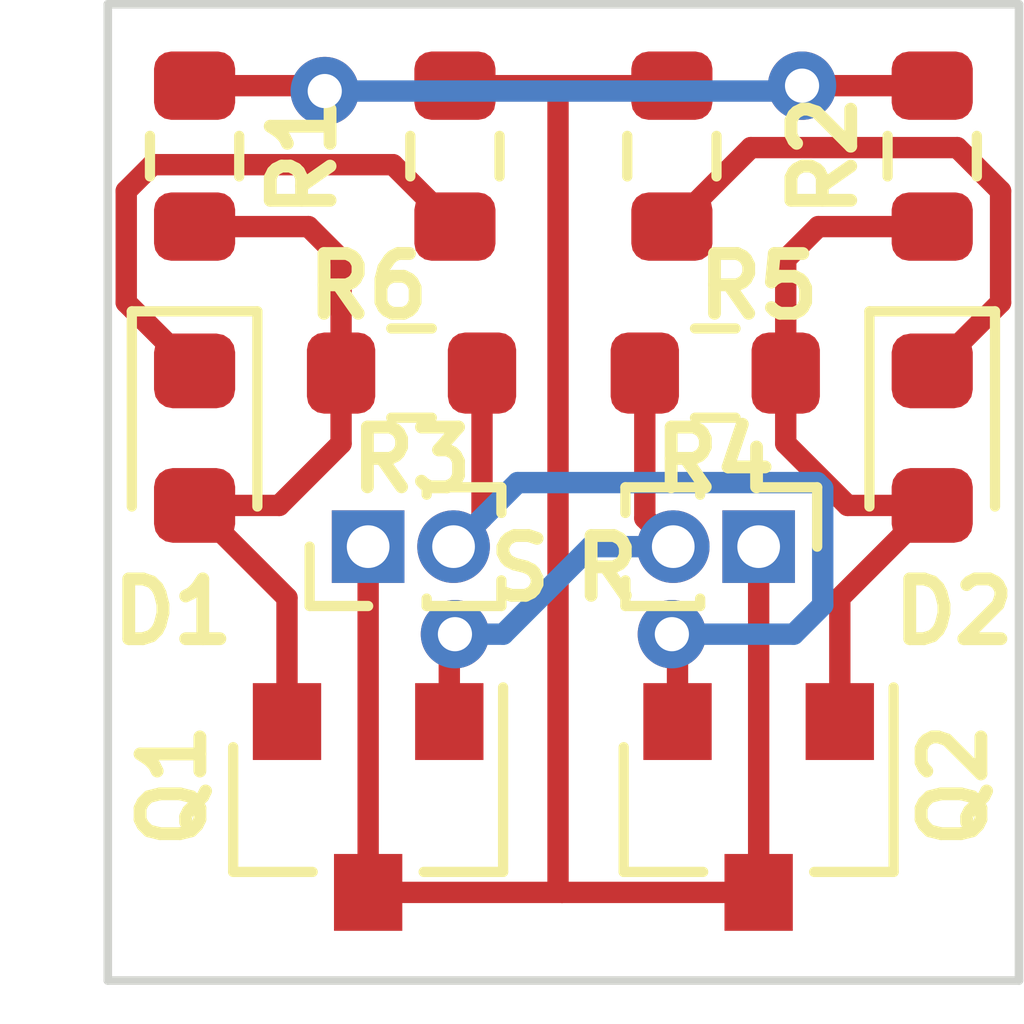
<source format=kicad_pcb>
(kicad_pcb (version 20171130) (host pcbnew 5.1.10)

  (general
    (thickness 1.6)
    (drawings 4)
    (tracks 61)
    (zones 0)
    (modules 12)
    (nets 9)
  )

  (page A4)
  (layers
    (0 F.Cu signal)
    (31 B.Cu signal)
    (32 B.Adhes user)
    (33 F.Adhes user)
    (34 B.Paste user)
    (35 F.Paste user)
    (36 B.SilkS user)
    (37 F.SilkS user)
    (38 B.Mask user)
    (39 F.Mask user)
    (40 Dwgs.User user)
    (41 Cmts.User user)
    (42 Eco1.User user)
    (43 Eco2.User user)
    (44 Edge.Cuts user)
    (45 Margin user)
    (46 B.CrtYd user)
    (47 F.CrtYd user)
    (48 B.Fab user)
    (49 F.Fab user)
  )

  (setup
    (last_trace_width 0.25)
    (trace_clearance 0.2)
    (zone_clearance 0.508)
    (zone_45_only no)
    (trace_min 0.2)
    (via_size 0.8)
    (via_drill 0.4)
    (via_min_size 0.4)
    (via_min_drill 0.3)
    (uvia_size 0.3)
    (uvia_drill 0.1)
    (uvias_allowed no)
    (uvia_min_size 0.2)
    (uvia_min_drill 0.1)
    (edge_width 0.05)
    (segment_width 0.2)
    (pcb_text_width 0.3)
    (pcb_text_size 1.5 1.5)
    (mod_edge_width 0.12)
    (mod_text_size 1 1)
    (mod_text_width 0.15)
    (pad_size 1.524 1.524)
    (pad_drill 0.762)
    (pad_to_mask_clearance 0)
    (aux_axis_origin 0 0)
    (visible_elements FFFDFF7F)
    (pcbplotparams
      (layerselection 0x010fc_ffffffff)
      (usegerberextensions false)
      (usegerberattributes true)
      (usegerberadvancedattributes true)
      (creategerberjobfile true)
      (excludeedgelayer true)
      (linewidth 0.100000)
      (plotframeref false)
      (viasonmask false)
      (mode 1)
      (useauxorigin false)
      (hpglpennumber 1)
      (hpglpenspeed 20)
      (hpglpendiameter 15.000000)
      (psnegative false)
      (psa4output false)
      (plotreference true)
      (plotvalue true)
      (plotinvisibletext false)
      (padsonsilk false)
      (subtractmaskfromsilk false)
      (outputformat 1)
      (mirror false)
      (drillshape 1)
      (scaleselection 1)
      (outputdirectory ""))
  )

  (net 0 "")
  (net 1 "Net-(D1-Pad2)")
  (net 2 "Net-(D2-Pad2)")
  (net 3 "Net-(Q1-Pad3)")
  (net 4 "Net-(D1-Pad1)")
  (net 5 "Net-(Q2-Pad2)")
  (net 6 "Net-(Q1-Pad1)")
  (net 7 +5V)
  (net 8 -5V)

  (net_class Default "This is the default net class."
    (clearance 0.2)
    (trace_width 0.25)
    (via_dia 0.8)
    (via_drill 0.4)
    (uvia_dia 0.3)
    (uvia_drill 0.1)
    (add_net +5V)
    (add_net -5V)
    (add_net "Net-(D1-Pad1)")
    (add_net "Net-(D1-Pad2)")
    (add_net "Net-(D2-Pad2)")
    (add_net "Net-(Q1-Pad1)")
    (add_net "Net-(Q1-Pad3)")
    (add_net "Net-(Q2-Pad2)")
  )

  (module Package_TO_SOT_SMD:SOT-23 (layer F.Cu) (tedit 5A02FF57) (tstamp 6134D198)
    (at 113.284 77.47 270)
    (descr "SOT-23, Standard")
    (tags SOT-23)
    (path /6132F590)
    (attr smd)
    (fp_text reference Q1 (at -0.254 2.286 90) (layer F.SilkS)
      (effects (font (size 0.7 0.7) (thickness 0.15)))
    )
    (fp_text value BCX56 (at 0 2.5 90) (layer F.Fab)
      (effects (font (size 1 1) (thickness 0.15)))
    )
    (fp_text user %R (at 0 0) (layer F.Fab)
      (effects (font (size 0.5 0.5) (thickness 0.075)))
    )
    (fp_line (start -0.7 -0.95) (end -0.7 1.5) (layer F.Fab) (width 0.1))
    (fp_line (start -0.15 -1.52) (end 0.7 -1.52) (layer F.Fab) (width 0.1))
    (fp_line (start -0.7 -0.95) (end -0.15 -1.52) (layer F.Fab) (width 0.1))
    (fp_line (start 0.7 -1.52) (end 0.7 1.52) (layer F.Fab) (width 0.1))
    (fp_line (start -0.7 1.52) (end 0.7 1.52) (layer F.Fab) (width 0.1))
    (fp_line (start 0.76 1.58) (end 0.76 0.65) (layer F.SilkS) (width 0.12))
    (fp_line (start 0.76 -1.58) (end 0.76 -0.65) (layer F.SilkS) (width 0.12))
    (fp_line (start -1.7 -1.75) (end 1.7 -1.75) (layer F.CrtYd) (width 0.05))
    (fp_line (start 1.7 -1.75) (end 1.7 1.75) (layer F.CrtYd) (width 0.05))
    (fp_line (start 1.7 1.75) (end -1.7 1.75) (layer F.CrtYd) (width 0.05))
    (fp_line (start -1.7 1.75) (end -1.7 -1.75) (layer F.CrtYd) (width 0.05))
    (fp_line (start 0.76 -1.58) (end -1.4 -1.58) (layer F.SilkS) (width 0.12))
    (fp_line (start 0.76 1.58) (end -0.7 1.58) (layer F.SilkS) (width 0.12))
    (pad 3 smd rect (at 1 0 270) (size 0.9 0.8) (layers F.Cu F.Paste F.Mask)
      (net 3 "Net-(Q1-Pad3)"))
    (pad 2 smd rect (at -1 0.95 270) (size 0.9 0.8) (layers F.Cu F.Paste F.Mask)
      (net 1 "Net-(D1-Pad2)"))
    (pad 1 smd rect (at -1 -0.95 270) (size 0.9 0.8) (layers F.Cu F.Paste F.Mask)
      (net 6 "Net-(Q1-Pad1)"))
    (model ${KISYS3DMOD}/Package_TO_SOT_SMD.3dshapes/SOT-23.wrl
      (at (xyz 0 0 0))
      (scale (xyz 1 1 1))
      (rotate (xyz 0 0 0))
    )
  )

  (module Connector_PinHeader_1.00mm:PinHeader_1x02_P1.00mm_Vertical (layer F.Cu) (tedit 59FED738) (tstamp 6134D243)
    (at 113.284 74.422 90)
    (descr "Through hole straight pin header, 1x02, 1.00mm pitch, single row")
    (tags "Through hole pin header THT 1x02 1.00mm single row")
    (path /613642FD)
    (fp_text reference S (at -0.254 1.778 180) (layer F.SilkS)
      (effects (font (size 0.7 0.7) (thickness 0.15)))
    )
    (fp_text value R (at 0 2.56 90) (layer F.Fab)
      (effects (font (size 1 1) (thickness 0.15)))
    )
    (fp_text user %R (at 0 0.5) (layer F.Fab)
      (effects (font (size 0.76 0.76) (thickness 0.114)))
    )
    (fp_line (start -0.3175 -0.5) (end 0.635 -0.5) (layer F.Fab) (width 0.1))
    (fp_line (start 0.635 -0.5) (end 0.635 1.5) (layer F.Fab) (width 0.1))
    (fp_line (start 0.635 1.5) (end -0.635 1.5) (layer F.Fab) (width 0.1))
    (fp_line (start -0.635 1.5) (end -0.635 -0.1825) (layer F.Fab) (width 0.1))
    (fp_line (start -0.635 -0.1825) (end -0.3175 -0.5) (layer F.Fab) (width 0.1))
    (fp_line (start -0.695 1.56) (end -0.394493 1.56) (layer F.SilkS) (width 0.12))
    (fp_line (start 0.394493 1.56) (end 0.695 1.56) (layer F.SilkS) (width 0.12))
    (fp_line (start -0.695 0.685) (end -0.695 1.56) (layer F.SilkS) (width 0.12))
    (fp_line (start 0.695 0.685) (end 0.695 1.56) (layer F.SilkS) (width 0.12))
    (fp_line (start -0.695 0.685) (end -0.608276 0.685) (layer F.SilkS) (width 0.12))
    (fp_line (start 0.608276 0.685) (end 0.695 0.685) (layer F.SilkS) (width 0.12))
    (fp_line (start -0.695 0) (end -0.695 -0.685) (layer F.SilkS) (width 0.12))
    (fp_line (start -0.695 -0.685) (end 0 -0.685) (layer F.SilkS) (width 0.12))
    (fp_line (start -1.15 -1) (end -1.15 2) (layer F.CrtYd) (width 0.05))
    (fp_line (start -1.15 2) (end 1.15 2) (layer F.CrtYd) (width 0.05))
    (fp_line (start 1.15 2) (end 1.15 -1) (layer F.CrtYd) (width 0.05))
    (fp_line (start 1.15 -1) (end -1.15 -1) (layer F.CrtYd) (width 0.05))
    (pad 2 thru_hole oval (at 0 1 90) (size 0.85 0.85) (drill 0.5) (layers *.Cu *.Mask)
      (net 5 "Net-(Q2-Pad2)"))
    (pad 1 thru_hole rect (at 0 0 90) (size 0.85 0.85) (drill 0.5) (layers *.Cu *.Mask)
      (net 3 "Net-(Q1-Pad3)"))
    (model ${KISYS3DMOD}/Connector_PinHeader_1.00mm.3dshapes/PinHeader_1x02_P1.00mm_Vertical.wrl
      (at (xyz 0 0 0))
      (scale (xyz 1 1 1))
      (rotate (xyz 0 0 0))
    )
  )

  (module Connector_PinHeader_1.00mm:PinHeader_1x02_P1.00mm_Vertical (layer F.Cu) (tedit 59FED738) (tstamp 6134D22B)
    (at 117.856 74.422 270)
    (descr "Through hole straight pin header, 1x02, 1.00mm pitch, single row")
    (tags "Through hole pin header THT 1x02 1.00mm single row")
    (path /61358BF4)
    (fp_text reference R (at 0.254 1.778 180) (layer F.SilkS)
      (effects (font (size 0.7 0.7) (thickness 0.15)))
    )
    (fp_text value S (at 0 2.56 90) (layer F.Fab)
      (effects (font (size 1 1) (thickness 0.15)))
    )
    (fp_text user %R (at 0 0.5) (layer F.Fab)
      (effects (font (size 0.76 0.76) (thickness 0.114)))
    )
    (fp_line (start -0.3175 -0.5) (end 0.635 -0.5) (layer F.Fab) (width 0.1))
    (fp_line (start 0.635 -0.5) (end 0.635 1.5) (layer F.Fab) (width 0.1))
    (fp_line (start 0.635 1.5) (end -0.635 1.5) (layer F.Fab) (width 0.1))
    (fp_line (start -0.635 1.5) (end -0.635 -0.1825) (layer F.Fab) (width 0.1))
    (fp_line (start -0.635 -0.1825) (end -0.3175 -0.5) (layer F.Fab) (width 0.1))
    (fp_line (start -0.695 1.56) (end -0.394493 1.56) (layer F.SilkS) (width 0.12))
    (fp_line (start 0.394493 1.56) (end 0.695 1.56) (layer F.SilkS) (width 0.12))
    (fp_line (start -0.695 0.685) (end -0.695 1.56) (layer F.SilkS) (width 0.12))
    (fp_line (start 0.695 0.685) (end 0.695 1.56) (layer F.SilkS) (width 0.12))
    (fp_line (start -0.695 0.685) (end -0.608276 0.685) (layer F.SilkS) (width 0.12))
    (fp_line (start 0.608276 0.685) (end 0.695 0.685) (layer F.SilkS) (width 0.12))
    (fp_line (start -0.695 0) (end -0.695 -0.685) (layer F.SilkS) (width 0.12))
    (fp_line (start -0.695 -0.685) (end 0 -0.685) (layer F.SilkS) (width 0.12))
    (fp_line (start -1.15 -1) (end -1.15 2) (layer F.CrtYd) (width 0.05))
    (fp_line (start -1.15 2) (end 1.15 2) (layer F.CrtYd) (width 0.05))
    (fp_line (start 1.15 2) (end 1.15 -1) (layer F.CrtYd) (width 0.05))
    (fp_line (start 1.15 -1) (end -1.15 -1) (layer F.CrtYd) (width 0.05))
    (pad 2 thru_hole oval (at 0 1 270) (size 0.85 0.85) (drill 0.5) (layers *.Cu *.Mask)
      (net 6 "Net-(Q1-Pad1)"))
    (pad 1 thru_hole rect (at 0 0 270) (size 0.85 0.85) (drill 0.5) (layers *.Cu *.Mask)
      (net 3 "Net-(Q1-Pad3)"))
    (model ${KISYS3DMOD}/Connector_PinHeader_1.00mm.3dshapes/PinHeader_1x02_P1.00mm_Vertical.wrl
      (at (xyz 0 0 0))
      (scale (xyz 1 1 1))
      (rotate (xyz 0 0 0))
    )
  )

  (module Resistor_SMD:R_0603_1608Metric (layer F.Cu) (tedit 5F68FEEE) (tstamp 6134D213)
    (at 116.84 69.85 90)
    (descr "Resistor SMD 0603 (1608 Metric), square (rectangular) end terminal, IPC_7351 nominal, (Body size source: IPC-SM-782 page 72, https://www.pcb-3d.com/wordpress/wp-content/uploads/ipc-sm-782a_amendment_1_and_2.pdf), generated with kicad-footprint-generator")
    (tags resistor)
    (path /6137892F)
    (attr smd)
    (fp_text reference R6 (at -1.524 -3.556 180) (layer F.SilkS)
      (effects (font (size 0.7 0.7) (thickness 0.15)))
    )
    (fp_text value 10k (at 0 1.43 90) (layer F.Fab)
      (effects (font (size 1 1) (thickness 0.15)))
    )
    (fp_text user %R (at 0 0 90) (layer F.Fab)
      (effects (font (size 0.4 0.4) (thickness 0.06)))
    )
    (fp_line (start -0.8 0.4125) (end -0.8 -0.4125) (layer F.Fab) (width 0.1))
    (fp_line (start -0.8 -0.4125) (end 0.8 -0.4125) (layer F.Fab) (width 0.1))
    (fp_line (start 0.8 -0.4125) (end 0.8 0.4125) (layer F.Fab) (width 0.1))
    (fp_line (start 0.8 0.4125) (end -0.8 0.4125) (layer F.Fab) (width 0.1))
    (fp_line (start -0.237258 -0.5225) (end 0.237258 -0.5225) (layer F.SilkS) (width 0.12))
    (fp_line (start -0.237258 0.5225) (end 0.237258 0.5225) (layer F.SilkS) (width 0.12))
    (fp_line (start -1.48 0.73) (end -1.48 -0.73) (layer F.CrtYd) (width 0.05))
    (fp_line (start -1.48 -0.73) (end 1.48 -0.73) (layer F.CrtYd) (width 0.05))
    (fp_line (start 1.48 -0.73) (end 1.48 0.73) (layer F.CrtYd) (width 0.05))
    (fp_line (start 1.48 0.73) (end -1.48 0.73) (layer F.CrtYd) (width 0.05))
    (pad 2 smd roundrect (at 0.825 0 90) (size 0.8 0.95) (layers F.Cu F.Paste F.Mask) (roundrect_rratio 0.25)
      (net 3 "Net-(Q1-Pad3)"))
    (pad 1 smd roundrect (at -0.825 0 90) (size 0.8 0.95) (layers F.Cu F.Paste F.Mask) (roundrect_rratio 0.25)
      (net 8 -5V))
    (model ${KISYS3DMOD}/Resistor_SMD.3dshapes/R_0603_1608Metric.wrl
      (at (xyz 0 0 0))
      (scale (xyz 1 1 1))
      (rotate (xyz 0 0 0))
    )
  )

  (module Resistor_SMD:R_0603_1608Metric (layer F.Cu) (tedit 5F68FEEE) (tstamp 6134D202)
    (at 114.3 69.85 270)
    (descr "Resistor SMD 0603 (1608 Metric), square (rectangular) end terminal, IPC_7351 nominal, (Body size source: IPC-SM-782 page 72, https://www.pcb-3d.com/wordpress/wp-content/uploads/ipc-sm-782a_amendment_1_and_2.pdf), generated with kicad-footprint-generator")
    (tags resistor)
    (path /61378FD4)
    (attr smd)
    (fp_text reference R5 (at 1.524 -3.556 180) (layer F.SilkS)
      (effects (font (size 0.7 0.7) (thickness 0.15)))
    )
    (fp_text value 10k (at 0 1.43 90) (layer F.Fab)
      (effects (font (size 1 1) (thickness 0.15)))
    )
    (fp_text user %R (at 0 0 90) (layer F.Fab)
      (effects (font (size 0.4 0.4) (thickness 0.06)))
    )
    (fp_line (start -0.8 0.4125) (end -0.8 -0.4125) (layer F.Fab) (width 0.1))
    (fp_line (start -0.8 -0.4125) (end 0.8 -0.4125) (layer F.Fab) (width 0.1))
    (fp_line (start 0.8 -0.4125) (end 0.8 0.4125) (layer F.Fab) (width 0.1))
    (fp_line (start 0.8 0.4125) (end -0.8 0.4125) (layer F.Fab) (width 0.1))
    (fp_line (start -0.237258 -0.5225) (end 0.237258 -0.5225) (layer F.SilkS) (width 0.12))
    (fp_line (start -0.237258 0.5225) (end 0.237258 0.5225) (layer F.SilkS) (width 0.12))
    (fp_line (start -1.48 0.73) (end -1.48 -0.73) (layer F.CrtYd) (width 0.05))
    (fp_line (start -1.48 -0.73) (end 1.48 -0.73) (layer F.CrtYd) (width 0.05))
    (fp_line (start 1.48 -0.73) (end 1.48 0.73) (layer F.CrtYd) (width 0.05))
    (fp_line (start 1.48 0.73) (end -1.48 0.73) (layer F.CrtYd) (width 0.05))
    (pad 2 smd roundrect (at 0.825 0 270) (size 0.8 0.95) (layers F.Cu F.Paste F.Mask) (roundrect_rratio 0.25)
      (net 4 "Net-(D1-Pad1)"))
    (pad 1 smd roundrect (at -0.825 0 270) (size 0.8 0.95) (layers F.Cu F.Paste F.Mask) (roundrect_rratio 0.25)
      (net 3 "Net-(Q1-Pad3)"))
    (model ${KISYS3DMOD}/Resistor_SMD.3dshapes/R_0603_1608Metric.wrl
      (at (xyz 0 0 0))
      (scale (xyz 1 1 1))
      (rotate (xyz 0 0 0))
    )
  )

  (module Resistor_SMD:R_0603_1608Metric (layer F.Cu) (tedit 5F68FEEE) (tstamp 6134D1F1)
    (at 117.348 72.39 180)
    (descr "Resistor SMD 0603 (1608 Metric), square (rectangular) end terminal, IPC_7351 nominal, (Body size source: IPC-SM-782 page 72, https://www.pcb-3d.com/wordpress/wp-content/uploads/ipc-sm-782a_amendment_1_and_2.pdf), generated with kicad-footprint-generator")
    (tags resistor)
    (path /613562C9)
    (attr smd)
    (fp_text reference R4 (at 0 -1.016) (layer F.SilkS)
      (effects (font (size 0.7 0.7) (thickness 0.15)))
    )
    (fp_text value 10k (at 0 1.43) (layer F.Fab)
      (effects (font (size 1 1) (thickness 0.15)))
    )
    (fp_text user %R (at 0 0) (layer F.Fab)
      (effects (font (size 0.4 0.4) (thickness 0.06)))
    )
    (fp_line (start -0.8 0.4125) (end -0.8 -0.4125) (layer F.Fab) (width 0.1))
    (fp_line (start -0.8 -0.4125) (end 0.8 -0.4125) (layer F.Fab) (width 0.1))
    (fp_line (start 0.8 -0.4125) (end 0.8 0.4125) (layer F.Fab) (width 0.1))
    (fp_line (start 0.8 0.4125) (end -0.8 0.4125) (layer F.Fab) (width 0.1))
    (fp_line (start -0.237258 -0.5225) (end 0.237258 -0.5225) (layer F.SilkS) (width 0.12))
    (fp_line (start -0.237258 0.5225) (end 0.237258 0.5225) (layer F.SilkS) (width 0.12))
    (fp_line (start -1.48 0.73) (end -1.48 -0.73) (layer F.CrtYd) (width 0.05))
    (fp_line (start -1.48 -0.73) (end 1.48 -0.73) (layer F.CrtYd) (width 0.05))
    (fp_line (start 1.48 -0.73) (end 1.48 0.73) (layer F.CrtYd) (width 0.05))
    (fp_line (start 1.48 0.73) (end -1.48 0.73) (layer F.CrtYd) (width 0.05))
    (pad 2 smd roundrect (at 0.825 0 180) (size 0.8 0.95) (layers F.Cu F.Paste F.Mask) (roundrect_rratio 0.25)
      (net 6 "Net-(Q1-Pad1)"))
    (pad 1 smd roundrect (at -0.825 0 180) (size 0.8 0.95) (layers F.Cu F.Paste F.Mask) (roundrect_rratio 0.25)
      (net 2 "Net-(D2-Pad2)"))
    (model ${KISYS3DMOD}/Resistor_SMD.3dshapes/R_0603_1608Metric.wrl
      (at (xyz 0 0 0))
      (scale (xyz 1 1 1))
      (rotate (xyz 0 0 0))
    )
  )

  (module Resistor_SMD:R_0603_1608Metric (layer F.Cu) (tedit 5F68FEEE) (tstamp 6134D1E0)
    (at 113.792 72.39 180)
    (descr "Resistor SMD 0603 (1608 Metric), square (rectangular) end terminal, IPC_7351 nominal, (Body size source: IPC-SM-782 page 72, https://www.pcb-3d.com/wordpress/wp-content/uploads/ipc-sm-782a_amendment_1_and_2.pdf), generated with kicad-footprint-generator")
    (tags resistor)
    (path /61354E2A)
    (attr smd)
    (fp_text reference R3 (at 0 -1.016) (layer F.SilkS)
      (effects (font (size 0.7 0.7) (thickness 0.15)))
    )
    (fp_text value 10k (at 0 1.43) (layer F.Fab)
      (effects (font (size 1 1) (thickness 0.15)))
    )
    (fp_text user %R (at 0 0) (layer F.Fab)
      (effects (font (size 0.4 0.4) (thickness 0.06)))
    )
    (fp_line (start -0.8 0.4125) (end -0.8 -0.4125) (layer F.Fab) (width 0.1))
    (fp_line (start -0.8 -0.4125) (end 0.8 -0.4125) (layer F.Fab) (width 0.1))
    (fp_line (start 0.8 -0.4125) (end 0.8 0.4125) (layer F.Fab) (width 0.1))
    (fp_line (start 0.8 0.4125) (end -0.8 0.4125) (layer F.Fab) (width 0.1))
    (fp_line (start -0.237258 -0.5225) (end 0.237258 -0.5225) (layer F.SilkS) (width 0.12))
    (fp_line (start -0.237258 0.5225) (end 0.237258 0.5225) (layer F.SilkS) (width 0.12))
    (fp_line (start -1.48 0.73) (end -1.48 -0.73) (layer F.CrtYd) (width 0.05))
    (fp_line (start -1.48 -0.73) (end 1.48 -0.73) (layer F.CrtYd) (width 0.05))
    (fp_line (start 1.48 -0.73) (end 1.48 0.73) (layer F.CrtYd) (width 0.05))
    (fp_line (start 1.48 0.73) (end -1.48 0.73) (layer F.CrtYd) (width 0.05))
    (pad 2 smd roundrect (at 0.825 0 180) (size 0.8 0.95) (layers F.Cu F.Paste F.Mask) (roundrect_rratio 0.25)
      (net 1 "Net-(D1-Pad2)"))
    (pad 1 smd roundrect (at -0.825 0 180) (size 0.8 0.95) (layers F.Cu F.Paste F.Mask) (roundrect_rratio 0.25)
      (net 5 "Net-(Q2-Pad2)"))
    (model ${KISYS3DMOD}/Resistor_SMD.3dshapes/R_0603_1608Metric.wrl
      (at (xyz 0 0 0))
      (scale (xyz 1 1 1))
      (rotate (xyz 0 0 0))
    )
  )

  (module Resistor_SMD:R_0603_1608Metric (layer F.Cu) (tedit 5F68FEEE) (tstamp 6134D1CF)
    (at 119.888 69.85 270)
    (descr "Resistor SMD 0603 (1608 Metric), square (rectangular) end terminal, IPC_7351 nominal, (Body size source: IPC-SM-782 page 72, https://www.pcb-3d.com/wordpress/wp-content/uploads/ipc-sm-782a_amendment_1_and_2.pdf), generated with kicad-footprint-generator")
    (tags resistor)
    (path /6132BDA4)
    (attr smd)
    (fp_text reference R2 (at 0 1.27 90) (layer F.SilkS)
      (effects (font (size 0.7 0.7) (thickness 0.15)))
    )
    (fp_text value 1k (at 0 1.43 90) (layer F.Fab)
      (effects (font (size 1 1) (thickness 0.15)))
    )
    (fp_text user %R (at 0 0 90) (layer F.Fab)
      (effects (font (size 0.4 0.4) (thickness 0.06)))
    )
    (fp_line (start -0.8 0.4125) (end -0.8 -0.4125) (layer F.Fab) (width 0.1))
    (fp_line (start -0.8 -0.4125) (end 0.8 -0.4125) (layer F.Fab) (width 0.1))
    (fp_line (start 0.8 -0.4125) (end 0.8 0.4125) (layer F.Fab) (width 0.1))
    (fp_line (start 0.8 0.4125) (end -0.8 0.4125) (layer F.Fab) (width 0.1))
    (fp_line (start -0.237258 -0.5225) (end 0.237258 -0.5225) (layer F.SilkS) (width 0.12))
    (fp_line (start -0.237258 0.5225) (end 0.237258 0.5225) (layer F.SilkS) (width 0.12))
    (fp_line (start -1.48 0.73) (end -1.48 -0.73) (layer F.CrtYd) (width 0.05))
    (fp_line (start -1.48 -0.73) (end 1.48 -0.73) (layer F.CrtYd) (width 0.05))
    (fp_line (start 1.48 -0.73) (end 1.48 0.73) (layer F.CrtYd) (width 0.05))
    (fp_line (start 1.48 0.73) (end -1.48 0.73) (layer F.CrtYd) (width 0.05))
    (pad 2 smd roundrect (at 0.825 0 270) (size 0.8 0.95) (layers F.Cu F.Paste F.Mask) (roundrect_rratio 0.25)
      (net 2 "Net-(D2-Pad2)"))
    (pad 1 smd roundrect (at -0.825 0 270) (size 0.8 0.95) (layers F.Cu F.Paste F.Mask) (roundrect_rratio 0.25)
      (net 7 +5V))
    (model ${KISYS3DMOD}/Resistor_SMD.3dshapes/R_0603_1608Metric.wrl
      (at (xyz 0 0 0))
      (scale (xyz 1 1 1))
      (rotate (xyz 0 0 0))
    )
  )

  (module Resistor_SMD:R_0603_1608Metric (layer F.Cu) (tedit 5F68FEEE) (tstamp 6134D1BE)
    (at 111.252 69.85 270)
    (descr "Resistor SMD 0603 (1608 Metric), square (rectangular) end terminal, IPC_7351 nominal, (Body size source: IPC-SM-782 page 72, https://www.pcb-3d.com/wordpress/wp-content/uploads/ipc-sm-782a_amendment_1_and_2.pdf), generated with kicad-footprint-generator")
    (tags resistor)
    (path /6132B538)
    (attr smd)
    (fp_text reference R1 (at 0 -1.27 90) (layer F.SilkS)
      (effects (font (size 0.7 0.7) (thickness 0.15)))
    )
    (fp_text value 1k (at 0 1.43 90) (layer F.Fab)
      (effects (font (size 1 1) (thickness 0.15)))
    )
    (fp_text user %R (at 0 0 90) (layer F.Fab)
      (effects (font (size 0.4 0.4) (thickness 0.06)))
    )
    (fp_line (start -0.8 0.4125) (end -0.8 -0.4125) (layer F.Fab) (width 0.1))
    (fp_line (start -0.8 -0.4125) (end 0.8 -0.4125) (layer F.Fab) (width 0.1))
    (fp_line (start 0.8 -0.4125) (end 0.8 0.4125) (layer F.Fab) (width 0.1))
    (fp_line (start 0.8 0.4125) (end -0.8 0.4125) (layer F.Fab) (width 0.1))
    (fp_line (start -0.237258 -0.5225) (end 0.237258 -0.5225) (layer F.SilkS) (width 0.12))
    (fp_line (start -0.237258 0.5225) (end 0.237258 0.5225) (layer F.SilkS) (width 0.12))
    (fp_line (start -1.48 0.73) (end -1.48 -0.73) (layer F.CrtYd) (width 0.05))
    (fp_line (start -1.48 -0.73) (end 1.48 -0.73) (layer F.CrtYd) (width 0.05))
    (fp_line (start 1.48 -0.73) (end 1.48 0.73) (layer F.CrtYd) (width 0.05))
    (fp_line (start 1.48 0.73) (end -1.48 0.73) (layer F.CrtYd) (width 0.05))
    (pad 2 smd roundrect (at 0.825 0 270) (size 0.8 0.95) (layers F.Cu F.Paste F.Mask) (roundrect_rratio 0.25)
      (net 1 "Net-(D1-Pad2)"))
    (pad 1 smd roundrect (at -0.825 0 270) (size 0.8 0.95) (layers F.Cu F.Paste F.Mask) (roundrect_rratio 0.25)
      (net 7 +5V))
    (model ${KISYS3DMOD}/Resistor_SMD.3dshapes/R_0603_1608Metric.wrl
      (at (xyz 0 0 0))
      (scale (xyz 1 1 1))
      (rotate (xyz 0 0 0))
    )
  )

  (module Package_TO_SOT_SMD:SOT-23 (layer F.Cu) (tedit 5A02FF57) (tstamp 6134D1AD)
    (at 117.856 77.47 270)
    (descr "SOT-23, Standard")
    (tags SOT-23)
    (path /613414A9)
    (attr smd)
    (fp_text reference Q2 (at -0.254 -2.286 270) (layer F.SilkS)
      (effects (font (size 0.7 0.7) (thickness 0.15)))
    )
    (fp_text value BC547 (at 0 2.5 90) (layer F.Fab)
      (effects (font (size 1 1) (thickness 0.15)))
    )
    (fp_text user %R (at 0 0) (layer F.Fab)
      (effects (font (size 0.5 0.5) (thickness 0.075)))
    )
    (fp_line (start -0.7 -0.95) (end -0.7 1.5) (layer F.Fab) (width 0.1))
    (fp_line (start -0.15 -1.52) (end 0.7 -1.52) (layer F.Fab) (width 0.1))
    (fp_line (start -0.7 -0.95) (end -0.15 -1.52) (layer F.Fab) (width 0.1))
    (fp_line (start 0.7 -1.52) (end 0.7 1.52) (layer F.Fab) (width 0.1))
    (fp_line (start -0.7 1.52) (end 0.7 1.52) (layer F.Fab) (width 0.1))
    (fp_line (start 0.76 1.58) (end 0.76 0.65) (layer F.SilkS) (width 0.12))
    (fp_line (start 0.76 -1.58) (end 0.76 -0.65) (layer F.SilkS) (width 0.12))
    (fp_line (start -1.7 -1.75) (end 1.7 -1.75) (layer F.CrtYd) (width 0.05))
    (fp_line (start 1.7 -1.75) (end 1.7 1.75) (layer F.CrtYd) (width 0.05))
    (fp_line (start 1.7 1.75) (end -1.7 1.75) (layer F.CrtYd) (width 0.05))
    (fp_line (start -1.7 1.75) (end -1.7 -1.75) (layer F.CrtYd) (width 0.05))
    (fp_line (start 0.76 -1.58) (end -1.4 -1.58) (layer F.SilkS) (width 0.12))
    (fp_line (start 0.76 1.58) (end -0.7 1.58) (layer F.SilkS) (width 0.12))
    (pad 3 smd rect (at 1 0 270) (size 0.9 0.8) (layers F.Cu F.Paste F.Mask)
      (net 3 "Net-(Q1-Pad3)"))
    (pad 2 smd rect (at -1 0.95 270) (size 0.9 0.8) (layers F.Cu F.Paste F.Mask)
      (net 5 "Net-(Q2-Pad2)"))
    (pad 1 smd rect (at -1 -0.95 270) (size 0.9 0.8) (layers F.Cu F.Paste F.Mask)
      (net 2 "Net-(D2-Pad2)"))
    (model ${KISYS3DMOD}/Package_TO_SOT_SMD.3dshapes/SOT-23.wrl
      (at (xyz 0 0 0))
      (scale (xyz 1 1 1))
      (rotate (xyz 0 0 0))
    )
  )

  (module LED_SMD:LED_0603_1608Metric (layer F.Cu) (tedit 5F68FEF1) (tstamp 6134D183)
    (at 119.888 73.152 270)
    (descr "LED SMD 0603 (1608 Metric), square (rectangular) end terminal, IPC_7351 nominal, (Body size source: http://www.tortai-tech.com/upload/download/2011102023233369053.pdf), generated with kicad-footprint-generator")
    (tags LED)
    (path /6137464C)
    (attr smd)
    (fp_text reference D2 (at 2.032 -0.254 180) (layer F.SilkS)
      (effects (font (size 0.7 0.7) (thickness 0.15)))
    )
    (fp_text value "LED GREEN" (at 0 1.43 90) (layer F.Fab)
      (effects (font (size 1 1) (thickness 0.15)))
    )
    (fp_text user %R (at 0 0 90) (layer F.Fab)
      (effects (font (size 0.4 0.4) (thickness 0.06)))
    )
    (fp_line (start 0.8 -0.4) (end -0.5 -0.4) (layer F.Fab) (width 0.1))
    (fp_line (start -0.5 -0.4) (end -0.8 -0.1) (layer F.Fab) (width 0.1))
    (fp_line (start -0.8 -0.1) (end -0.8 0.4) (layer F.Fab) (width 0.1))
    (fp_line (start -0.8 0.4) (end 0.8 0.4) (layer F.Fab) (width 0.1))
    (fp_line (start 0.8 0.4) (end 0.8 -0.4) (layer F.Fab) (width 0.1))
    (fp_line (start 0.8 -0.735) (end -1.485 -0.735) (layer F.SilkS) (width 0.12))
    (fp_line (start -1.485 -0.735) (end -1.485 0.735) (layer F.SilkS) (width 0.12))
    (fp_line (start -1.485 0.735) (end 0.8 0.735) (layer F.SilkS) (width 0.12))
    (fp_line (start -1.48 0.73) (end -1.48 -0.73) (layer F.CrtYd) (width 0.05))
    (fp_line (start -1.48 -0.73) (end 1.48 -0.73) (layer F.CrtYd) (width 0.05))
    (fp_line (start 1.48 -0.73) (end 1.48 0.73) (layer F.CrtYd) (width 0.05))
    (fp_line (start 1.48 0.73) (end -1.48 0.73) (layer F.CrtYd) (width 0.05))
    (pad 2 smd roundrect (at 0.7875 0 270) (size 0.875 0.95) (layers F.Cu F.Paste F.Mask) (roundrect_rratio 0.25)
      (net 2 "Net-(D2-Pad2)"))
    (pad 1 smd roundrect (at -0.7875 0 270) (size 0.875 0.95) (layers F.Cu F.Paste F.Mask) (roundrect_rratio 0.25)
      (net 8 -5V))
    (model ${KISYS3DMOD}/LED_SMD.3dshapes/LED_0603_1608Metric.wrl
      (at (xyz 0 0 0))
      (scale (xyz 1 1 1))
      (rotate (xyz 0 0 0))
    )
  )

  (module LED_SMD:LED_0603_1608Metric (layer F.Cu) (tedit 5F68FEF1) (tstamp 6134D170)
    (at 111.252 73.152 270)
    (descr "LED SMD 0603 (1608 Metric), square (rectangular) end terminal, IPC_7351 nominal, (Body size source: http://www.tortai-tech.com/upload/download/2011102023233369053.pdf), generated with kicad-footprint-generator")
    (tags LED)
    (path /61370CA3)
    (attr smd)
    (fp_text reference D1 (at 2.032 0.254 180) (layer F.SilkS)
      (effects (font (size 0.7 0.7) (thickness 0.15)))
    )
    (fp_text value "LED RED" (at 0 1.43 90) (layer F.Fab)
      (effects (font (size 1 1) (thickness 0.15)))
    )
    (fp_text user %R (at 0 0 90) (layer F.Fab)
      (effects (font (size 0.4 0.4) (thickness 0.06)))
    )
    (fp_line (start 0.8 -0.4) (end -0.5 -0.4) (layer F.Fab) (width 0.1))
    (fp_line (start -0.5 -0.4) (end -0.8 -0.1) (layer F.Fab) (width 0.1))
    (fp_line (start -0.8 -0.1) (end -0.8 0.4) (layer F.Fab) (width 0.1))
    (fp_line (start -0.8 0.4) (end 0.8 0.4) (layer F.Fab) (width 0.1))
    (fp_line (start 0.8 0.4) (end 0.8 -0.4) (layer F.Fab) (width 0.1))
    (fp_line (start 0.8 -0.735) (end -1.485 -0.735) (layer F.SilkS) (width 0.12))
    (fp_line (start -1.485 -0.735) (end -1.485 0.735) (layer F.SilkS) (width 0.12))
    (fp_line (start -1.485 0.735) (end 0.8 0.735) (layer F.SilkS) (width 0.12))
    (fp_line (start -1.48 0.73) (end -1.48 -0.73) (layer F.CrtYd) (width 0.05))
    (fp_line (start -1.48 -0.73) (end 1.48 -0.73) (layer F.CrtYd) (width 0.05))
    (fp_line (start 1.48 -0.73) (end 1.48 0.73) (layer F.CrtYd) (width 0.05))
    (fp_line (start 1.48 0.73) (end -1.48 0.73) (layer F.CrtYd) (width 0.05))
    (pad 2 smd roundrect (at 0.7875 0 270) (size 0.875 0.95) (layers F.Cu F.Paste F.Mask) (roundrect_rratio 0.25)
      (net 1 "Net-(D1-Pad2)"))
    (pad 1 smd roundrect (at -0.7875 0 270) (size 0.875 0.95) (layers F.Cu F.Paste F.Mask) (roundrect_rratio 0.25)
      (net 4 "Net-(D1-Pad1)"))
    (model ${KISYS3DMOD}/LED_SMD.3dshapes/LED_0603_1608Metric.wrl
      (at (xyz 0 0 0))
      (scale (xyz 1 1 1))
      (rotate (xyz 0 0 0))
    )
  )

  (gr_line (start 120.904 68.072) (end 120.904 79.502) (layer Edge.Cuts) (width 0.1))
  (gr_line (start 110.236 68.072) (end 120.904 68.072) (layer Edge.Cuts) (width 0.1))
  (gr_line (start 110.236 79.502) (end 110.236 68.072) (layer Edge.Cuts) (width 0.1))
  (gr_line (start 120.904 79.502) (end 110.236 79.502) (layer Edge.Cuts) (width 0.1))

  (segment (start 111.252 70.675) (end 112.585 70.675) (width 0.25) (layer F.Cu) (net 1))
  (segment (start 112.967 71.057) (end 112.967 72.39) (width 0.25) (layer F.Cu) (net 1))
  (segment (start 112.585 70.675) (end 112.967 71.057) (width 0.25) (layer F.Cu) (net 1))
  (segment (start 111.252 73.9395) (end 112.2425 73.9395) (width 0.25) (layer F.Cu) (net 1))
  (segment (start 112.967 73.215) (end 112.967 72.39) (width 0.25) (layer F.Cu) (net 1))
  (segment (start 112.2425 73.9395) (end 112.967 73.215) (width 0.25) (layer F.Cu) (net 1))
  (segment (start 112.334 75.0215) (end 111.252 73.9395) (width 0.25) (layer F.Cu) (net 1))
  (segment (start 112.334 76.47) (end 112.334 75.0215) (width 0.25) (layer F.Cu) (net 1))
  (segment (start 118.806 75.0215) (end 119.888 73.9395) (width 0.25) (layer F.Cu) (net 2))
  (segment (start 118.806 76.47) (end 118.806 75.0215) (width 0.25) (layer F.Cu) (net 2))
  (segment (start 119.888 73.9395) (end 118.8975 73.9395) (width 0.25) (layer F.Cu) (net 2))
  (segment (start 118.173 73.215) (end 118.173 72.39) (width 0.25) (layer F.Cu) (net 2))
  (segment (start 118.8975 73.9395) (end 118.173 73.215) (width 0.25) (layer F.Cu) (net 2))
  (segment (start 118.173 72.39) (end 118.173 71.057) (width 0.25) (layer F.Cu) (net 2))
  (segment (start 118.555 70.675) (end 119.888 70.675) (width 0.25) (layer F.Cu) (net 2))
  (segment (start 118.173 71.057) (end 118.555 70.675) (width 0.25) (layer F.Cu) (net 2))
  (segment (start 113.284 74.422) (end 113.284 78.47) (width 0.25) (layer F.Cu) (net 3))
  (segment (start 117.856 74.422) (end 117.856 78.47) (width 0.25) (layer F.Cu) (net 3))
  (segment (start 115.554 78.47) (end 117.856 78.47) (width 0.25) (layer F.Cu) (net 3))
  (segment (start 113.284 78.47) (end 115.554 78.47) (width 0.25) (layer F.Cu) (net 3))
  (segment (start 114.3 69.025) (end 115.507 69.025) (width 0.25) (layer F.Cu) (net 3))
  (segment (start 115.507 69.025) (end 116.84 69.025) (width 0.25) (layer F.Cu) (net 3))
  (segment (start 115.507 78.423) (end 115.554 78.47) (width 0.25) (layer F.Cu) (net 3))
  (segment (start 115.507 69.025) (end 115.507 78.423) (width 0.25) (layer F.Cu) (net 3))
  (via (at 112.776 69.088) (size 0.8) (drill 0.4) (layers F.Cu B.Cu) (net 7))
  (segment (start 112.713 69.025) (end 112.776 69.088) (width 0.25) (layer F.Cu) (net 7))
  (segment (start 111.252 69.025) (end 112.713 69.025) (width 0.25) (layer F.Cu) (net 7))
  (via (at 118.364 69.02501) (size 0.8) (drill 0.4) (layers F.Cu B.Cu) (net 7))
  (segment (start 118.30101 69.088) (end 118.364 69.02501) (width 0.25) (layer B.Cu) (net 7))
  (segment (start 112.776 69.088) (end 118.30101 69.088) (width 0.25) (layer B.Cu) (net 7))
  (segment (start 119.88799 69.02501) (end 119.888 69.025) (width 0.25) (layer F.Cu) (net 7))
  (segment (start 118.364 69.02501) (end 119.88799 69.02501) (width 0.25) (layer F.Cu) (net 7))
  (segment (start 110.45199 71.56449) (end 111.252 72.3645) (width 0.25) (layer F.Cu) (net 4))
  (segment (start 110.45199 70.257532) (end 110.45199 71.56449) (width 0.25) (layer F.Cu) (net 4))
  (segment (start 113.57499 69.94999) (end 110.759532 69.94999) (width 0.25) (layer F.Cu) (net 4))
  (segment (start 110.759532 69.94999) (end 110.45199 70.257532) (width 0.25) (layer F.Cu) (net 4))
  (segment (start 114.3 70.675) (end 113.57499 69.94999) (width 0.25) (layer F.Cu) (net 4))
  (segment (start 120.68801 71.56449) (end 119.888 72.3645) (width 0.25) (layer F.Cu) (net 8))
  (segment (start 120.68801 70.257532) (end 120.68801 71.56449) (width 0.25) (layer F.Cu) (net 8))
  (segment (start 120.180488 69.75001) (end 120.68801 70.257532) (width 0.25) (layer F.Cu) (net 8))
  (segment (start 117.76499 69.75001) (end 120.180488 69.75001) (width 0.25) (layer F.Cu) (net 8))
  (segment (start 116.84 70.675) (end 117.76499 69.75001) (width 0.25) (layer F.Cu) (net 8))
  (segment (start 116.523 74.089) (end 116.856 74.422) (width 0.25) (layer F.Cu) (net 6))
  (segment (start 116.523 72.39) (end 116.523 74.089) (width 0.25) (layer F.Cu) (net 6))
  (segment (start 114.617 74.089) (end 114.284 74.422) (width 0.25) (layer F.Cu) (net 5))
  (segment (start 114.617 72.39) (end 114.617 74.089) (width 0.25) (layer F.Cu) (net 5))
  (via (at 116.839861 75.446875) (size 0.8) (drill 0.4) (layers F.Cu B.Cu) (net 5))
  (segment (start 116.906 75.513014) (end 116.839861 75.446875) (width 0.25) (layer F.Cu) (net 5))
  (segment (start 116.906 76.47) (end 116.906 75.513014) (width 0.25) (layer F.Cu) (net 5))
  (segment (start 115.034001 73.671999) (end 114.284 74.422) (width 0.25) (layer B.Cu) (net 5))
  (segment (start 118.541001 73.671999) (end 115.034001 73.671999) (width 0.25) (layer B.Cu) (net 5))
  (segment (start 118.606001 75.107001) (end 118.606001 73.736999) (width 0.25) (layer B.Cu) (net 5))
  (segment (start 118.266127 75.446875) (end 118.606001 75.107001) (width 0.25) (layer B.Cu) (net 5))
  (segment (start 118.606001 73.736999) (end 118.541001 73.671999) (width 0.25) (layer B.Cu) (net 5))
  (segment (start 116.839861 75.446875) (end 118.266127 75.446875) (width 0.25) (layer B.Cu) (net 5))
  (via (at 114.300139 75.446875) (size 0.8) (drill 0.4) (layers F.Cu B.Cu) (net 6))
  (segment (start 114.234 75.513014) (end 114.300139 75.446875) (width 0.25) (layer F.Cu) (net 6))
  (segment (start 114.234 76.47) (end 114.234 75.513014) (width 0.25) (layer F.Cu) (net 6))
  (segment (start 115.890699 74.422) (end 116.856 74.422) (width 0.25) (layer B.Cu) (net 6))
  (segment (start 114.865824 75.446875) (end 115.890699 74.422) (width 0.25) (layer B.Cu) (net 6))
  (segment (start 114.300139 75.446875) (end 114.865824 75.446875) (width 0.25) (layer B.Cu) (net 6))

)

</source>
